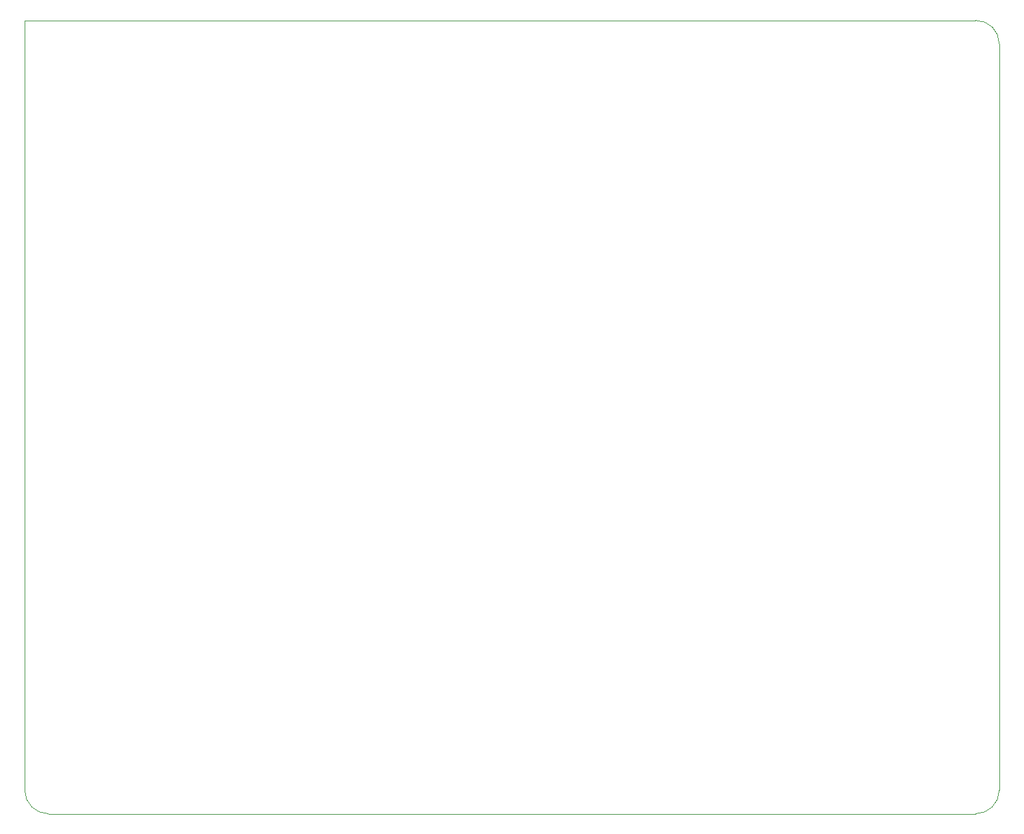
<source format=gbr>
%TF.GenerationSoftware,KiCad,Pcbnew,(5.99.0-9739-g6a369b230f)*%
%TF.CreationDate,2021-03-13T21:37:55+01:00*%
%TF.ProjectId,keychordz,6b657963-686f-4726-947a-2e6b69636164,rev?*%
%TF.SameCoordinates,Original*%
%TF.FileFunction,Profile,NP*%
%FSLAX46Y46*%
G04 Gerber Fmt 4.6, Leading zero omitted, Abs format (unit mm)*
G04 Created by KiCad (PCBNEW (5.99.0-9739-g6a369b230f)) date 2021-03-13 21:37:55*
%MOMM*%
%LPD*%
G01*
G04 APERTURE LIST*
%TA.AperFunction,Profile*%
%ADD10C,0.100000*%
%TD*%
G04 APERTURE END LIST*
D10*
X133000000Y-12000000D02*
X12000000Y-12000000D01*
X136000000Y-15000000D02*
X136000000Y-110000000D01*
X133000000Y-113000000D02*
X15000000Y-113000000D01*
X15000000Y-113000000D02*
G75*
G02*
X12000000Y-110000000I0J3000000D01*
G01*
X136000000Y-15000000D02*
G75*
G03*
X133000000Y-12000000I-2966241J33759D01*
G01*
X133000000Y-113000000D02*
G75*
G03*
X136000000Y-110000000I0J3000000D01*
G01*
X12000000Y-12000000D02*
X12000000Y-110000000D01*
M02*

</source>
